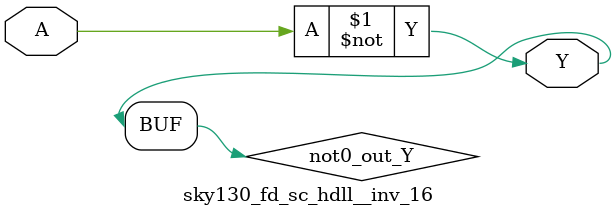
<source format=v>
/*
 * Copyright 2020 The SkyWater PDK Authors
 *
 * Licensed under the Apache License, Version 2.0 (the "License");
 * you may not use this file except in compliance with the License.
 * You may obtain a copy of the License at
 *
 *     https://www.apache.org/licenses/LICENSE-2.0
 *
 * Unless required by applicable law or agreed to in writing, software
 * distributed under the License is distributed on an "AS IS" BASIS,
 * WITHOUT WARRANTIES OR CONDITIONS OF ANY KIND, either express or implied.
 * See the License for the specific language governing permissions and
 * limitations under the License.
 *
 * SPDX-License-Identifier: Apache-2.0
*/


`ifndef SKY130_FD_SC_HDLL__INV_16_FUNCTIONAL_V
`define SKY130_FD_SC_HDLL__INV_16_FUNCTIONAL_V

/**
 * inv: Inverter.
 *
 * Verilog simulation functional model.
 */

`timescale 1ns / 1ps
`default_nettype none

`celldefine
module sky130_fd_sc_hdll__inv_16 (
    Y,
    A
);

    // Module ports
    output Y;
    input  A;

    // Local signals
    wire not0_out_Y;

    //  Name  Output      Other arguments
    not not0 (not0_out_Y, A              );
    buf buf0 (Y         , not0_out_Y     );

endmodule
`endcelldefine

`default_nettype wire
`endif  // SKY130_FD_SC_HDLL__INV_16_FUNCTIONAL_V

</source>
